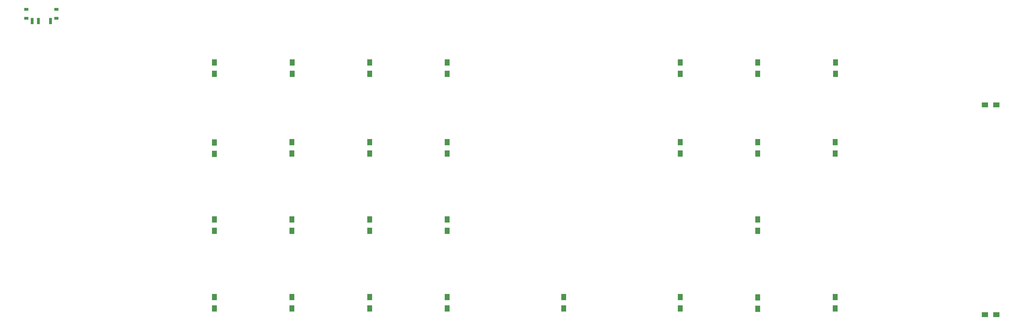
<source format=gtp>
G04 #@! TF.GenerationSoftware,KiCad,Pcbnew,(6.0.7-1)-1*
G04 #@! TF.CreationDate,2022-10-11T23:10:24+02:00*
G04 #@! TF.ProjectId,yts-pcb,7974732d-7063-4622-9e6b-696361645f70,rev?*
G04 #@! TF.SameCoordinates,Original*
G04 #@! TF.FileFunction,Paste,Top*
G04 #@! TF.FilePolarity,Positive*
%FSLAX46Y46*%
G04 Gerber Fmt 4.6, Leading zero omitted, Abs format (unit mm)*
G04 Created by KiCad (PCBNEW (6.0.7-1)-1) date 2022-10-11 23:10:24*
%MOMM*%
%LPD*%
G01*
G04 APERTURE LIST*
%ADD10R,1.000000X0.800000*%
%ADD11R,0.700000X1.500000*%
%ADD12R,1.600000X1.200000*%
%ADD13R,1.200000X1.600000*%
G04 APERTURE END LIST*
D10*
X83250000Y-91745000D03*
X75950000Y-93955000D03*
X75950000Y-91745000D03*
X83250000Y-93955000D03*
D11*
X81850000Y-94605000D03*
X78850000Y-94605000D03*
X77350000Y-94605000D03*
D12*
X313400000Y-115200000D03*
X310600000Y-115200000D03*
D13*
X235977958Y-162300000D03*
X235977958Y-165100000D03*
X140977958Y-162300000D03*
X140977958Y-165100000D03*
X178977958Y-143300000D03*
X178977958Y-146100000D03*
X121977958Y-104800000D03*
X121977958Y-107600000D03*
X159977958Y-143300000D03*
X159977958Y-146100000D03*
X273977958Y-124300000D03*
X273977958Y-127100000D03*
X121977958Y-143300000D03*
X121977958Y-146100000D03*
X235977958Y-104800000D03*
X235977958Y-107600000D03*
X178977958Y-104800000D03*
X178977958Y-107600000D03*
D12*
X313400000Y-166700000D03*
X310600000Y-166700000D03*
D13*
X254977958Y-143300000D03*
X254977958Y-146100000D03*
X140977958Y-124300000D03*
X140977958Y-127100000D03*
X159977958Y-162300000D03*
X159977958Y-165100000D03*
X121977958Y-162300000D03*
X121977958Y-165100000D03*
X273977958Y-162300000D03*
X273977958Y-165100000D03*
X178977958Y-162300000D03*
X178977958Y-165100000D03*
X140977958Y-143300000D03*
X140977958Y-146100000D03*
X254977958Y-104800000D03*
X254977958Y-107600000D03*
X235977958Y-124300000D03*
X235977958Y-127100000D03*
X121977958Y-124400000D03*
X121977958Y-127200000D03*
X159977958Y-104800000D03*
X159977958Y-107600000D03*
X274000000Y-104800000D03*
X274000000Y-107600000D03*
X207477958Y-162300000D03*
X207477958Y-165100000D03*
X178977958Y-124300000D03*
X178977958Y-127100000D03*
X159977958Y-124300000D03*
X159977958Y-127100000D03*
X254977958Y-162400000D03*
X254977958Y-165200000D03*
X254977958Y-124300000D03*
X254977958Y-127100000D03*
X141000000Y-104800000D03*
X141000000Y-107600000D03*
M02*

</source>
